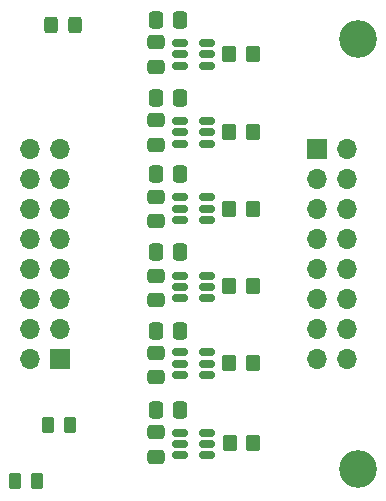
<source format=gts>
G04 #@! TF.GenerationSoftware,KiCad,Pcbnew,(6.0.6)*
G04 #@! TF.CreationDate,2022-08-29T16:00:50+02:00*
G04 #@! TF.ProjectId,adc-board-six-channels,6164632d-626f-4617-9264-2d7369782d63,rev?*
G04 #@! TF.SameCoordinates,Original*
G04 #@! TF.FileFunction,Soldermask,Top*
G04 #@! TF.FilePolarity,Negative*
%FSLAX46Y46*%
G04 Gerber Fmt 4.6, Leading zero omitted, Abs format (unit mm)*
G04 Created by KiCad (PCBNEW (6.0.6)) date 2022-08-29 16:00:50*
%MOMM*%
%LPD*%
G01*
G04 APERTURE LIST*
G04 Aperture macros list*
%AMRoundRect*
0 Rectangle with rounded corners*
0 $1 Rounding radius*
0 $2 $3 $4 $5 $6 $7 $8 $9 X,Y pos of 4 corners*
0 Add a 4 corners polygon primitive as box body*
4,1,4,$2,$3,$4,$5,$6,$7,$8,$9,$2,$3,0*
0 Add four circle primitives for the rounded corners*
1,1,$1+$1,$2,$3*
1,1,$1+$1,$4,$5*
1,1,$1+$1,$6,$7*
1,1,$1+$1,$8,$9*
0 Add four rect primitives between the rounded corners*
20,1,$1+$1,$2,$3,$4,$5,0*
20,1,$1+$1,$4,$5,$6,$7,0*
20,1,$1+$1,$6,$7,$8,$9,0*
20,1,$1+$1,$8,$9,$2,$3,0*%
G04 Aperture macros list end*
%ADD10RoundRect,0.250000X0.475000X-0.337500X0.475000X0.337500X-0.475000X0.337500X-0.475000X-0.337500X0*%
%ADD11RoundRect,0.250000X0.337500X0.475000X-0.337500X0.475000X-0.337500X-0.475000X0.337500X-0.475000X0*%
%ADD12RoundRect,0.250000X-0.325000X-0.450000X0.325000X-0.450000X0.325000X0.450000X-0.325000X0.450000X0*%
%ADD13RoundRect,0.250000X-0.350000X-0.450000X0.350000X-0.450000X0.350000X0.450000X-0.350000X0.450000X0*%
%ADD14R,1.700000X1.700000*%
%ADD15O,1.700000X1.700000*%
%ADD16RoundRect,0.150000X-0.512500X-0.150000X0.512500X-0.150000X0.512500X0.150000X-0.512500X0.150000X0*%
%ADD17RoundRect,0.250000X0.262500X0.450000X-0.262500X0.450000X-0.262500X-0.450000X0.262500X-0.450000X0*%
%ADD18C,3.200000*%
G04 APERTURE END LIST*
D10*
X89976950Y-47940900D03*
X89976950Y-45865900D03*
D11*
X92030450Y-30758000D03*
X89955450Y-30758000D03*
D12*
X81089450Y-18074400D03*
X83139450Y-18074400D03*
D11*
X92037450Y-37362000D03*
X89962450Y-37362000D03*
D13*
X96222950Y-53507000D03*
X98222950Y-53507000D03*
D14*
X81906450Y-46355000D03*
D15*
X79366450Y-46355000D03*
X81906450Y-43815000D03*
X79366450Y-43815000D03*
X81906450Y-41275000D03*
X79366450Y-41275000D03*
X81906450Y-38735000D03*
X79366450Y-38735000D03*
X81906450Y-36195000D03*
X79366450Y-36195000D03*
X81906450Y-33655000D03*
X79366450Y-33655000D03*
X81906450Y-31115000D03*
X79366450Y-31115000D03*
X81906450Y-28575000D03*
X79366450Y-28575000D03*
D13*
X96215950Y-46685500D03*
X98215950Y-46685500D03*
D16*
X92014450Y-19648000D03*
X92014450Y-20598000D03*
X92014450Y-21548000D03*
X94289450Y-21548000D03*
X94289450Y-20598000D03*
X94289450Y-19648000D03*
X92014450Y-52615000D03*
X92014450Y-53565000D03*
X92014450Y-54515000D03*
X94289450Y-54515000D03*
X94289450Y-53565000D03*
X94289450Y-52615000D03*
X92050450Y-39338000D03*
X92050450Y-40288000D03*
X92050450Y-41238000D03*
X94325450Y-41238000D03*
X94325450Y-40288000D03*
X94325450Y-39338000D03*
D10*
X89976950Y-21635500D03*
X89976950Y-19560500D03*
D11*
X92030450Y-17677000D03*
X89955450Y-17677000D03*
D10*
X89976950Y-41394500D03*
X89976950Y-39319500D03*
D11*
X92030450Y-43982400D03*
X89955450Y-43982400D03*
D13*
X96215950Y-20598000D03*
X98215950Y-20598000D03*
X96215950Y-27202000D03*
X98215950Y-27202000D03*
D17*
X79906500Y-56692800D03*
X78081500Y-56692800D03*
D16*
X92014450Y-32698000D03*
X92014450Y-33648000D03*
X92014450Y-34598000D03*
X94289450Y-34598000D03*
X94289450Y-33648000D03*
X94289450Y-32698000D03*
X92014450Y-45815500D03*
X92014450Y-46765500D03*
X92014450Y-47715500D03*
X94289450Y-47715500D03*
X94289450Y-46765500D03*
X94289450Y-45815500D03*
D11*
X92030450Y-24281000D03*
X89955450Y-24281000D03*
X92037450Y-50697000D03*
X89962450Y-50697000D03*
D13*
X96215950Y-33679000D03*
X98215950Y-33679000D03*
D10*
X89983950Y-54671500D03*
X89983950Y-52596500D03*
D13*
X96199950Y-40230000D03*
X98199950Y-40230000D03*
D16*
X92014450Y-26252000D03*
X92014450Y-27202000D03*
X92014450Y-28152000D03*
X94289450Y-28152000D03*
X94289450Y-27202000D03*
X94289450Y-26252000D03*
D14*
X103655950Y-28605000D03*
D15*
X106195950Y-28605000D03*
X103655950Y-31145000D03*
X106195950Y-31145000D03*
X103655950Y-33685000D03*
X106195950Y-33685000D03*
X103655950Y-36225000D03*
X106195950Y-36225000D03*
X103655950Y-38765000D03*
X106195950Y-38765000D03*
X103655950Y-41305000D03*
X106195950Y-41305000D03*
X103655950Y-43845000D03*
X106195950Y-43845000D03*
X103655950Y-46385000D03*
X106195950Y-46385000D03*
D10*
X89976950Y-34716500D03*
X89976950Y-32641500D03*
D17*
X82700500Y-51943000D03*
X80875500Y-51943000D03*
D18*
X107086400Y-55702200D03*
D10*
X89976950Y-28239500D03*
X89976950Y-26164500D03*
D18*
X107137200Y-19278600D03*
M02*

</source>
